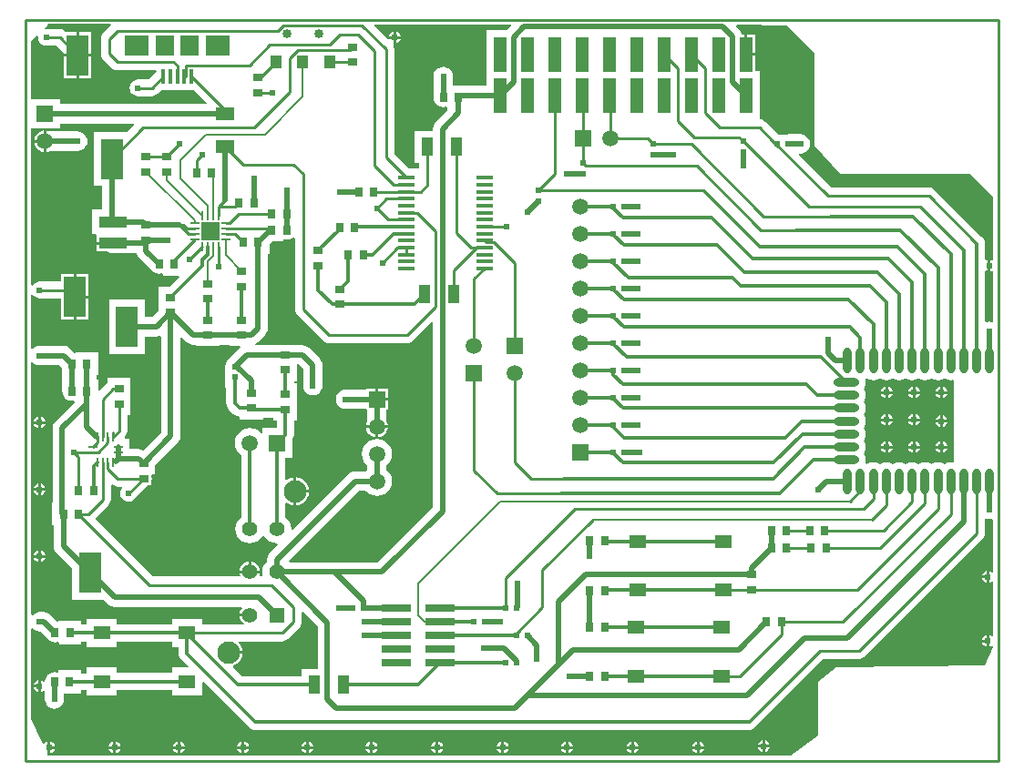
<source format=gtl>
G04 Layer_Physical_Order=1*
G04 Layer_Color=255*
%FSLAX25Y25*%
%MOIN*%
G70*
G01*
G75*
%ADD10R,0.04331X0.06693*%
%ADD11R,0.03150X0.03543*%
%ADD12R,0.07992X0.14961*%
%ADD13R,0.03543X0.03150*%
%ADD14R,0.10236X0.03937*%
%ADD15R,0.03228X0.01024*%
%ADD16R,0.01024X0.03228*%
%ADD17R,0.06614X0.06614*%
%ADD18R,0.05905X0.01575*%
%ADD19R,0.10984X0.02913*%
%ADD20R,0.06102X0.05118*%
%ADD21R,0.03386X0.01063*%
%ADD22R,0.01063X0.03386*%
%ADD23R,0.01968X0.02362*%
%ADD24O,0.03150X0.09449*%
%ADD25O,0.09449X0.03150*%
%ADD26R,0.02362X0.01968*%
%ADD27R,0.05000X0.12520*%
%ADD28R,0.03937X0.04724*%
%ADD29R,0.07165X0.04724*%
%ADD30R,0.01575X0.05512*%
%ADD31R,0.07087X0.07480*%
%ADD32R,0.09055X0.07480*%
%ADD33C,0.02000*%
%ADD34C,0.01000*%
%ADD35C,0.01200*%
%ADD36C,0.00800*%
%ADD37R,0.05905X0.05905*%
%ADD38C,0.05905*%
%ADD39R,0.05905X0.05905*%
%ADD40C,0.03347*%
%ADD41C,0.05543*%
%ADD42R,0.05543X0.05543*%
%ADD43C,0.08268*%
%ADD44C,0.02400*%
G36*
X98087Y191728D02*
X98474Y191457D01*
Y165500D01*
X98577Y164717D01*
X98879Y163987D01*
X99360Y163360D01*
X108860Y153860D01*
X109487Y153379D01*
X110217Y153077D01*
X111000Y152974D01*
X139500D01*
X140283Y153077D01*
X141013Y153379D01*
X141640Y153860D01*
X148508Y160729D01*
X148970Y160537D01*
Y92962D01*
X128786Y72778D01*
X96478D01*
X96271Y73278D01*
X121962Y98970D01*
X124336D01*
X124611Y98611D01*
X125750Y97737D01*
X127076Y97188D01*
X128500Y97000D01*
X129923Y97188D01*
X131250Y97737D01*
X132389Y98611D01*
X133263Y99750D01*
X133812Y101076D01*
X134000Y102500D01*
X133812Y103923D01*
X133263Y105250D01*
X132389Y106389D01*
X132030Y106664D01*
Y108336D01*
X132389Y108611D01*
X133263Y109750D01*
X133812Y111076D01*
X134000Y112500D01*
X133812Y113924D01*
X133263Y115250D01*
X132389Y116389D01*
X131250Y117263D01*
X129923Y117812D01*
X128500Y118000D01*
X127076Y117812D01*
X125750Y117263D01*
X124611Y116389D01*
X123737Y115250D01*
X123188Y113924D01*
X123000Y112500D01*
X123188Y111076D01*
X123737Y109750D01*
X124611Y108611D01*
X124970Y108336D01*
Y106664D01*
X124611Y106389D01*
X124336Y106030D01*
X120500D01*
X119586Y105910D01*
X118735Y105557D01*
X118004Y104996D01*
X97582Y84574D01*
X97133Y84795D01*
X97160Y84996D01*
X96978Y86372D01*
X96447Y87655D01*
X95602Y88756D01*
X94969Y89242D01*
Y94476D01*
X95418Y94697D01*
X95946Y94291D01*
X97195Y93774D01*
X98035Y93663D01*
Y98776D01*
Y103888D01*
X97195Y103777D01*
X95946Y103260D01*
X95418Y102854D01*
X94969Y103076D01*
Y111047D01*
X97453D01*
Y117604D01*
X97708Y117937D01*
X98020Y118691D01*
X98127Y119500D01*
Y124669D01*
X99272D01*
Y130181D01*
Y138331D01*
X98127D01*
Y139169D01*
X99272D01*
Y145226D01*
X99782D01*
X101470Y143538D01*
Y137500D01*
X101590Y136586D01*
X101943Y135735D01*
X102504Y135004D01*
X103235Y134443D01*
X104086Y134090D01*
X105000Y133970D01*
X105914Y134090D01*
X106765Y134443D01*
X107496Y135004D01*
X108057Y135735D01*
X108410Y136586D01*
X108530Y137500D01*
Y145000D01*
X108410Y145914D01*
X108057Y146765D01*
X107496Y147496D01*
X103740Y151252D01*
X103009Y151813D01*
X102158Y152166D01*
X101244Y152286D01*
X84003D01*
X83904Y152786D01*
X84253Y152931D01*
X84984Y153492D01*
X87496Y156004D01*
X88057Y156735D01*
X88410Y157586D01*
X88530Y158500D01*
X88530Y158500D01*
Y185728D01*
X89075D01*
Y189082D01*
X90221Y190228D01*
X94075D01*
Y190857D01*
X94490Y191135D01*
X94598Y191090D01*
X95512Y190970D01*
X96425Y191090D01*
X97277Y191443D01*
X97649Y191728D01*
X98087D01*
D02*
G37*
G36*
X278500Y269500D02*
X288500Y259500D01*
Y225500D01*
X298000Y215000D01*
X345500D01*
X354000Y206500D01*
X354000Y183674D01*
X353559Y183438D01*
X353358Y183572D01*
X353000Y183644D01*
Y181500D01*
Y179356D01*
X353358Y179428D01*
X353559Y179562D01*
X354000Y179326D01*
Y161034D01*
X353675Y160817D01*
X353500Y160775D01*
X352642Y160889D01*
X351728Y160768D01*
X351460Y160657D01*
X351044Y160935D01*
Y179297D01*
X351485Y179532D01*
X351642Y179428D01*
X352000Y179356D01*
Y181500D01*
Y183644D01*
X351642Y183572D01*
X351485Y183468D01*
X351044Y183703D01*
Y189500D01*
X350938Y190309D01*
X350625Y191063D01*
X350128Y191711D01*
X349515Y192181D01*
X332557Y209140D01*
X331930Y209620D01*
X331201Y209923D01*
X330417Y210026D01*
X294820D01*
X282838Y222008D01*
X283030Y222470D01*
X283500D01*
X284414Y222590D01*
X285265Y222943D01*
X285996Y223504D01*
X286557Y224235D01*
X286910Y225086D01*
X287030Y226000D01*
X286910Y226914D01*
X286557Y227765D01*
X285996Y228496D01*
X285265Y229057D01*
X284414Y229410D01*
X283500Y229530D01*
X279000D01*
X278651Y229484D01*
X275362D01*
X275206Y229640D01*
X274919Y229860D01*
X270640Y234140D01*
X270013Y234620D01*
X269283Y234923D01*
X268969Y234964D01*
X268500Y235039D01*
Y252559D01*
X267000D01*
Y258299D01*
X263500D01*
Y258799D01*
X263000D01*
Y266059D01*
X261957D01*
X261910Y266414D01*
X261557Y267265D01*
X260996Y267996D01*
X259920Y269072D01*
X260112Y269534D01*
X278500Y269500D01*
D02*
G37*
G36*
X177437Y269687D02*
X177628Y269225D01*
X176004Y267601D01*
X175972Y267559D01*
X168500D01*
Y250039D01*
Y247329D01*
X159055D01*
X158616Y247272D01*
X156274D01*
Y250756D01*
X156154Y251670D01*
X155801Y252521D01*
X155240Y253252D01*
X154509Y253813D01*
X153658Y254166D01*
X152744Y254286D01*
X151830Y254166D01*
X150979Y253813D01*
X150248Y253252D01*
X149687Y252521D01*
X149334Y251670D01*
X149214Y250756D01*
Y243000D01*
X149334Y242086D01*
X149687Y241235D01*
X150169Y240606D01*
Y240228D01*
X150607D01*
X150979Y239943D01*
X151830Y239590D01*
X152744Y239470D01*
X153658Y239590D01*
X153765Y239635D01*
X154181Y239357D01*
Y238728D01*
X154181D01*
X154236Y238228D01*
X150004Y233996D01*
X149443Y233265D01*
X149090Y232414D01*
X148970Y231500D01*
Y230847D01*
X142205D01*
Y219153D01*
X143844D01*
Y216921D01*
X140220D01*
X134826Y222316D01*
Y260700D01*
X134723Y261483D01*
X134421Y262213D01*
X134285Y262389D01*
X134500Y262735D01*
Y264500D01*
X132520D01*
X132363Y264416D01*
X127462Y269317D01*
X127654Y269779D01*
X177437Y269687D01*
D02*
G37*
G36*
X2504Y146004D02*
X3235Y145443D01*
X4086Y145090D01*
X5000Y144970D01*
X12369D01*
X13301Y144038D01*
Y135500D01*
X13421Y134586D01*
X13774Y133735D01*
X14256Y133106D01*
Y132728D01*
X14694D01*
X15066Y132443D01*
X15917Y132090D01*
X16831Y131970D01*
X17405Y132045D01*
X17925Y131685D01*
X17948Y131633D01*
X17965Y131458D01*
X10906Y124399D01*
X10345Y123668D01*
X9992Y122816D01*
X9872Y121903D01*
Y94772D01*
X9669D01*
Y86228D01*
X10214D01*
Y78756D01*
X10334Y77842D01*
X10687Y76991D01*
X11248Y76260D01*
X17004Y70504D01*
Y59020D01*
X28488D01*
X30004Y57504D01*
X30735Y56943D01*
X31586Y56590D01*
X32500Y56470D01*
X78895D01*
X79141Y55970D01*
X78706Y55402D01*
X78325Y54485D01*
X78262Y54000D01*
X82000D01*
Y53000D01*
X78262D01*
X78325Y52515D01*
X78706Y51598D01*
X79310Y50810D01*
X79865Y50384D01*
X79695Y49884D01*
X64622D01*
Y51917D01*
X53520D01*
Y49985D01*
X33323D01*
Y51917D01*
X22220D01*
Y49985D01*
X20319D01*
Y51272D01*
X12169D01*
Y51209D01*
X11707Y51017D01*
X9228Y53496D01*
X8497Y54057D01*
X7646Y54410D01*
X6732Y54530D01*
X5000D01*
X4086Y54410D01*
X3235Y54057D01*
X2504Y53496D01*
X2473Y53457D01*
X2000Y53618D01*
Y145882D01*
X2473Y146043D01*
X2504Y146004D01*
D02*
G37*
G36*
X106790Y49308D02*
Y33846D01*
X100835D01*
Y31127D01*
X79033D01*
X75831Y34329D01*
X75948Y34918D01*
X76715Y35236D01*
X77788Y36059D01*
X78610Y37131D01*
X79128Y38380D01*
X79238Y39220D01*
X74126D01*
Y40220D01*
X79238D01*
X79128Y41061D01*
X78610Y42310D01*
X77825Y43332D01*
X77916Y43761D01*
X77940Y43832D01*
X93858D01*
X94641Y43935D01*
X95371Y44238D01*
X95998Y44719D01*
X100140Y48860D01*
X100620Y49487D01*
X100923Y50217D01*
X101026Y51000D01*
Y54419D01*
X101488Y54610D01*
X106790Y49308D01*
D02*
G37*
G36*
X58760Y153492D02*
X59491Y152931D01*
X60342Y152578D01*
X61256Y152458D01*
X61256Y152458D01*
X62228D01*
Y151913D01*
X70772D01*
Y152458D01*
X74728D01*
Y151913D01*
X78332D01*
X78501Y151413D01*
X78291Y151252D01*
X74004Y146965D01*
X73443Y146234D01*
X73090Y145382D01*
X72970Y144468D01*
X73016Y144120D01*
Y136850D01*
X73373D01*
Y131000D01*
X73373Y131000D01*
X73427Y130595D01*
X73480Y130191D01*
X73792Y129437D01*
X74289Y128789D01*
X76045Y127033D01*
X76045Y127033D01*
X76692Y126536D01*
X77134Y126353D01*
X77447Y126224D01*
X78228Y126121D01*
Y125169D01*
X86772D01*
Y125617D01*
X90728D01*
Y124669D01*
X91873D01*
Y121953D01*
X86547D01*
Y120309D01*
X86074Y120148D01*
X85889Y120389D01*
X84750Y121263D01*
X83424Y121812D01*
X82000Y122000D01*
X80576Y121812D01*
X79250Y121263D01*
X78111Y120389D01*
X77237Y119250D01*
X76688Y117923D01*
X76500Y116500D01*
X76688Y115076D01*
X77237Y113750D01*
X78111Y112611D01*
X78873Y112026D01*
Y89242D01*
X78240Y88756D01*
X77395Y87655D01*
X76864Y86372D01*
X76683Y84996D01*
X76864Y83620D01*
X77395Y82337D01*
X78240Y81236D01*
X79341Y80391D01*
X80624Y79860D01*
X82000Y79679D01*
X83376Y79860D01*
X84659Y80391D01*
X85760Y81236D01*
X86605Y82337D01*
X86671Y82498D01*
X87171D01*
X87238Y82337D01*
X88083Y81236D01*
X89184Y80391D01*
X90466Y79860D01*
X91843Y79679D01*
X92043Y79705D01*
X92264Y79257D01*
X89346Y76339D01*
X88785Y75608D01*
X88433Y74756D01*
X88312Y73843D01*
Y73184D01*
X88083Y73008D01*
X87238Y71907D01*
X86707Y70624D01*
X86525Y69248D01*
X86686Y68026D01*
X86373Y67526D01*
X85819D01*
X85541Y67942D01*
X85675Y68263D01*
X85738Y68748D01*
X82000D01*
X78262D01*
X78325Y68263D01*
X78459Y67942D01*
X78181Y67526D01*
X46509D01*
X25328Y88707D01*
X30242Y93620D01*
X30723Y94247D01*
X31025Y94977D01*
X31128Y95760D01*
Y100997D01*
X31628Y101218D01*
X32086Y100868D01*
X32815Y100565D01*
X33599Y100462D01*
X35094D01*
X35323Y99962D01*
X34978Y99513D01*
X34676Y98783D01*
X34573Y98000D01*
X34676Y97217D01*
X34978Y96487D01*
X35459Y95860D01*
X36086Y95380D01*
X36815Y95077D01*
X37598Y94974D01*
X38382Y95077D01*
X39112Y95380D01*
X39738Y95860D01*
X44791Y100913D01*
X45858D01*
Y102340D01*
X46009Y102705D01*
X46113Y103488D01*
X46009Y104271D01*
X45946Y104425D01*
X46223Y104925D01*
X47358D01*
Y108279D01*
X55496Y116417D01*
X56057Y117148D01*
X56410Y118000D01*
X56530Y118913D01*
Y155068D01*
X56992Y155260D01*
X58760Y153492D01*
D02*
G37*
G36*
X39729Y233008D02*
X37201Y230480D01*
X25004D01*
Y210520D01*
X27970D01*
Y201905D01*
X24256D01*
Y192968D01*
X25604D01*
X25756Y192532D01*
X25756D01*
Y190063D01*
X31874D01*
Y189063D01*
X25756D01*
Y186594D01*
X29993D01*
X30109Y186506D01*
X30960Y186153D01*
X31874Y186033D01*
X40563D01*
X40590Y185830D01*
X40943Y184979D01*
X41504Y184248D01*
X46169Y179582D01*
Y179228D01*
X46607D01*
X46979Y178943D01*
X47830Y178590D01*
X48744Y178470D01*
X49658Y178590D01*
X49765Y178635D01*
X50181Y178357D01*
Y177728D01*
X55897D01*
X56089Y177266D01*
X52653Y173831D01*
X48728D01*
Y164965D01*
X46294Y162530D01*
X43496D01*
Y168980D01*
X30504D01*
Y149020D01*
X43496D01*
Y155470D01*
X47756D01*
X48670Y155590D01*
X49054Y155749D01*
X49470Y155472D01*
Y120376D01*
X42933Y113839D01*
X42316Y114094D01*
X41403Y114215D01*
X37945D01*
Y118016D01*
X36322D01*
X36131Y118478D01*
X36226Y118573D01*
X36707Y119200D01*
X37010Y119929D01*
X37113Y120713D01*
Y126669D01*
X38358D01*
Y132181D01*
Y140331D01*
X29815D01*
Y138481D01*
X29703Y138396D01*
X26879Y135572D01*
X26417Y135763D01*
Y139772D01*
X25873D01*
Y141228D01*
X26417D01*
Y149772D01*
X18268D01*
Y149709D01*
X17806Y149517D01*
X16327Y150996D01*
X15596Y151557D01*
X14744Y151910D01*
X13831Y152030D01*
X5000D01*
X4086Y151910D01*
X3235Y151557D01*
X2504Y150996D01*
X2473Y150957D01*
X2000Y151118D01*
Y170660D01*
X2500Y170830D01*
X2860Y170360D01*
X3487Y169879D01*
X4217Y169577D01*
X5000Y169474D01*
X13004D01*
Y161520D01*
X17500D01*
Y170000D01*
Y178480D01*
X13004D01*
Y175526D01*
X5000D01*
X4217Y175423D01*
X3487Y175120D01*
X2860Y174640D01*
X2500Y174170D01*
X2000Y174340D01*
Y231547D01*
X12453D01*
Y233470D01*
X39537D01*
X39729Y233008D01*
D02*
G37*
G36*
X336414Y140035D02*
X337405Y139625D01*
X338469Y139485D01*
X339124Y139571D01*
X339500Y139241D01*
Y109759D01*
X339124Y109429D01*
X338469Y109516D01*
X337405Y109375D01*
X336414Y108965D01*
X336106Y108729D01*
X335799Y108965D01*
X334808Y109375D01*
X333744Y109516D01*
X332680Y109375D01*
X331689Y108965D01*
X331382Y108729D01*
X331075Y108965D01*
X330083Y109375D01*
X329020Y109516D01*
X327956Y109375D01*
X326965Y108965D01*
X326658Y108729D01*
X326350Y108965D01*
X325359Y109375D01*
X324295Y109516D01*
X323232Y109375D01*
X322240Y108965D01*
X321933Y108729D01*
X321626Y108965D01*
X320635Y109375D01*
X319571Y109516D01*
X318507Y109375D01*
X317516Y108965D01*
X317209Y108729D01*
X316901Y108965D01*
X315910Y109375D01*
X314846Y109516D01*
X313783Y109375D01*
X312791Y108965D01*
X312484Y108729D01*
X312177Y108965D01*
X311186Y109375D01*
X310122Y109516D01*
X309058Y109375D01*
X308067Y108965D01*
X307760Y108729D01*
X307453Y108965D01*
X307167Y109083D01*
X307242Y109263D01*
X307382Y110327D01*
X307242Y111390D01*
X306831Y112382D01*
X306595Y112689D01*
X306831Y112996D01*
X307242Y113987D01*
X307382Y115051D01*
X307242Y116115D01*
X306831Y117106D01*
X306595Y117413D01*
X306831Y117721D01*
X307242Y118712D01*
X307382Y119776D01*
X307242Y120839D01*
X306831Y121831D01*
X306595Y122138D01*
X306831Y122445D01*
X307242Y123436D01*
X307382Y124500D01*
X307242Y125564D01*
X306831Y126555D01*
X306595Y126862D01*
X306831Y127169D01*
X307242Y128161D01*
X307382Y129224D01*
X307242Y130288D01*
X306831Y131279D01*
X306595Y131587D01*
X306831Y131894D01*
X307242Y132885D01*
X307382Y133949D01*
X307242Y135013D01*
X306831Y136004D01*
X306595Y136311D01*
X306831Y136618D01*
X307242Y137610D01*
X307382Y138673D01*
X307242Y139737D01*
X307167Y139917D01*
X307453Y140035D01*
X307760Y140271D01*
X308067Y140035D01*
X309058Y139625D01*
X310122Y139485D01*
X311186Y139625D01*
X312177Y140035D01*
X312484Y140271D01*
X312791Y140035D01*
X313783Y139625D01*
X314846Y139485D01*
X315910Y139625D01*
X316901Y140035D01*
X317209Y140271D01*
X317516Y140035D01*
X318507Y139625D01*
X319571Y139485D01*
X320635Y139625D01*
X321626Y140035D01*
X321933Y140271D01*
X322240Y140035D01*
X323232Y139625D01*
X324295Y139485D01*
X325359Y139625D01*
X326350Y140035D01*
X326658Y140271D01*
X326965Y140035D01*
X327956Y139625D01*
X329020Y139485D01*
X330083Y139625D01*
X331075Y140035D01*
X331382Y140271D01*
X331689Y140035D01*
X332680Y139625D01*
X333744Y139485D01*
X334808Y139625D01*
X335799Y140035D01*
X336106Y140271D01*
X336414Y140035D01*
D02*
G37*
G36*
X30971Y269957D02*
X31178Y269457D01*
X28360Y266640D01*
X27880Y266013D01*
X27577Y265283D01*
X27474Y264500D01*
Y259000D01*
X27577Y258217D01*
X27880Y257487D01*
X28360Y256860D01*
X31360Y253860D01*
X31987Y253380D01*
X32717Y253077D01*
X33500Y252974D01*
X47563D01*
X47770Y252474D01*
X44821Y249526D01*
X41000D01*
X40217Y249423D01*
X39487Y249120D01*
X38860Y248640D01*
X38379Y248013D01*
X38077Y247283D01*
X37974Y246500D01*
X38077Y245717D01*
X38379Y244987D01*
X38860Y244360D01*
X39487Y243880D01*
X40217Y243577D01*
X41000Y243474D01*
X46075D01*
X46858Y243577D01*
X47588Y243880D01*
X48214Y244360D01*
X49193Y245339D01*
X49626Y245524D01*
Y245524D01*
X49626Y245524D01*
X61567D01*
X66099Y240992D01*
X65907Y240530D01*
X12453D01*
Y242453D01*
X2000D01*
Y263500D01*
X4041Y265541D01*
X4515Y265307D01*
X4474Y265000D01*
X4577Y264217D01*
X4879Y263487D01*
X5360Y262860D01*
X5987Y262380D01*
X6717Y262077D01*
X7500Y261974D01*
X11247D01*
X14004Y259217D01*
Y259000D01*
X18500D01*
Y266980D01*
X14799D01*
X14640Y267140D01*
X14013Y267620D01*
X13283Y267923D01*
X12500Y268026D01*
X7500D01*
X7192Y267985D01*
X6959Y268459D01*
X8000Y269500D01*
Y269646D01*
X8354Y269999D01*
X30971Y269957D01*
D02*
G37*
G36*
X351728Y88732D02*
X352642Y88612D01*
X353500Y88724D01*
X353675Y88683D01*
X354000Y88466D01*
Y69298D01*
X353500Y69144D01*
X352858Y69572D01*
X352500Y69644D01*
Y67500D01*
Y65356D01*
X352858Y65428D01*
X353500Y65856D01*
X354000Y65702D01*
X354000Y45798D01*
X353500Y45644D01*
X352858Y46072D01*
X352500Y46144D01*
Y44000D01*
Y41856D01*
X352858Y41928D01*
X353190Y42149D01*
X353791Y41961D01*
X353883Y41727D01*
X351000Y35000D01*
X296500Y34500D01*
X290000Y29000D01*
Y9500D01*
X280000Y2000D01*
X8098D01*
X7891Y2455D01*
X8000Y2592D01*
Y5000D01*
Y7144D01*
X7642Y7072D01*
X6914Y6586D01*
X6671Y6222D01*
X6102Y6271D01*
X2000Y15500D01*
Y48382D01*
X2473Y48543D01*
X2504Y48504D01*
X3235Y47943D01*
X4086Y47590D01*
X5000Y47470D01*
X5270D01*
X8157Y44582D01*
Y44228D01*
X8595D01*
X8967Y43943D01*
X9819Y43590D01*
X10732Y43470D01*
X11646Y43590D01*
X11754Y43635D01*
X12169Y43357D01*
Y42728D01*
X20319D01*
Y43731D01*
X22220D01*
Y41799D01*
X33323D01*
Y43731D01*
X53520D01*
Y41799D01*
X55944D01*
Y39429D01*
X55944Y39429D01*
X56051Y38620D01*
X56363Y37866D01*
X56860Y37218D01*
X59415Y34663D01*
X59224Y34201D01*
X53520D01*
Y32269D01*
X33323D01*
Y34201D01*
X22220D01*
Y32127D01*
X20075D01*
Y33272D01*
X11925D01*
Y32643D01*
X11509Y32365D01*
X11402Y32410D01*
X10488Y32530D01*
X9574Y32410D01*
X8723Y32057D01*
X8351Y31772D01*
X7913D01*
Y31394D01*
X7431Y30765D01*
X7078Y29914D01*
X7005Y29359D01*
X6860Y29265D01*
X6475Y29160D01*
X5858Y29572D01*
X5500Y29644D01*
Y27500D01*
Y25356D01*
X5858Y25428D01*
X6458Y25828D01*
X6958Y25639D01*
Y22665D01*
X7078Y21752D01*
X7431Y20900D01*
X7992Y20169D01*
X8723Y19608D01*
X9574Y19255D01*
X10488Y19135D01*
X11402Y19255D01*
X12253Y19608D01*
X12984Y20169D01*
X13545Y20900D01*
X13898Y21752D01*
X14018Y22665D01*
Y24728D01*
X20075D01*
Y25873D01*
X22220D01*
Y24083D01*
X33323D01*
Y26015D01*
X53520D01*
Y24083D01*
X64622D01*
Y28803D01*
X65084Y28994D01*
X81789Y12289D01*
X81789Y12289D01*
X82437Y11792D01*
X83191Y11480D01*
X83595Y11427D01*
X84000Y11373D01*
X84000Y11373D01*
X264500D01*
X265309Y11480D01*
X266063Y11792D01*
X266711Y12289D01*
X267181Y12902D01*
X291753Y37474D01*
X305000D01*
X305783Y37577D01*
X306513Y37879D01*
X307140Y38360D01*
X350057Y81278D01*
X350057Y81278D01*
X350538Y81904D01*
X350840Y82634D01*
X350943Y83417D01*
X350943Y83417D01*
Y88607D01*
X351359Y88885D01*
X351728Y88732D01*
D02*
G37*
%LPC*%
G36*
X103648Y98276D02*
X99035D01*
Y93663D01*
X99876Y93774D01*
X101125Y94291D01*
X102197Y95114D01*
X103020Y96187D01*
X103537Y97435D01*
X103648Y98276D01*
D02*
G37*
G36*
X132453Y136453D02*
X129000D01*
Y133000D01*
X132453D01*
Y136453D01*
D02*
G37*
G36*
X99035Y103888D02*
Y99276D01*
X103648D01*
X103537Y100116D01*
X103020Y101365D01*
X102197Y102437D01*
X101125Y103260D01*
X99876Y103777D01*
X99035Y103888D01*
D02*
G37*
G36*
X128000Y136453D02*
X124547D01*
Y136030D01*
X117000D01*
X116086Y135910D01*
X115235Y135557D01*
X114504Y134996D01*
X113943Y134265D01*
X113590Y133414D01*
X113470Y132500D01*
X113590Y131586D01*
X113943Y130735D01*
X114504Y130004D01*
X115235Y129443D01*
X116086Y129090D01*
X117000Y128970D01*
X124547D01*
Y128547D01*
X124970D01*
Y124306D01*
X124649Y123532D01*
X124579Y123000D01*
X128500D01*
X132421D01*
X132351Y123532D01*
X132030Y124306D01*
Y128547D01*
X132453D01*
Y132000D01*
X128500D01*
Y132500D01*
X128000D01*
Y136453D01*
D02*
G37*
G36*
Y122000D02*
X124579D01*
X124649Y121468D01*
X125047Y120507D01*
X125681Y119681D01*
X126507Y119047D01*
X127468Y118649D01*
X128000Y118579D01*
Y122000D01*
D02*
G37*
G36*
X132421D02*
X129000D01*
Y118579D01*
X129532Y118649D01*
X130493Y119047D01*
X131319Y119681D01*
X131953Y120507D01*
X132351Y121468D01*
X132421Y122000D01*
D02*
G37*
G36*
X267000Y266059D02*
X264000D01*
Y259299D01*
X267000D01*
Y266059D01*
D02*
G37*
G36*
X135500Y267144D02*
Y265500D01*
X137144D01*
X137072Y265858D01*
X136586Y266586D01*
X135858Y267072D01*
X135500Y267144D01*
D02*
G37*
G36*
X134500D02*
X134142Y267072D01*
X133414Y266586D01*
X132928Y265858D01*
X132856Y265500D01*
X134500D01*
Y267144D01*
D02*
G37*
G36*
X137144Y264500D02*
X135500D01*
Y262856D01*
X135858Y262928D01*
X136586Y263414D01*
X137072Y264142D01*
X137144Y264500D01*
D02*
G37*
G36*
X5500Y77144D02*
Y75500D01*
X7144D01*
X7072Y75858D01*
X6586Y76586D01*
X5858Y77072D01*
X5500Y77144D01*
D02*
G37*
G36*
X4500Y74500D02*
X2856D01*
X2928Y74142D01*
X3414Y73414D01*
X4142Y72928D01*
X4500Y72856D01*
Y74500D01*
D02*
G37*
G36*
X7144D02*
X5500D01*
Y72856D01*
X5858Y72928D01*
X6586Y73414D01*
X7072Y74142D01*
X7144Y74500D01*
D02*
G37*
G36*
X4500Y77144D02*
X4142Y77072D01*
X3414Y76586D01*
X2928Y75858D01*
X2856Y75500D01*
X4500D01*
Y77144D01*
D02*
G37*
G36*
X7144Y99000D02*
X5500D01*
Y97356D01*
X5858Y97428D01*
X6586Y97914D01*
X7072Y98642D01*
X7144Y99000D01*
D02*
G37*
G36*
X4500D02*
X2856D01*
X2928Y98642D01*
X3414Y97914D01*
X4142Y97428D01*
X4500Y97356D01*
Y99000D01*
D02*
G37*
G36*
Y101644D02*
X4142Y101572D01*
X3414Y101086D01*
X2928Y100358D01*
X2856Y100000D01*
X4500D01*
Y101644D01*
D02*
G37*
G36*
X5500D02*
Y100000D01*
X7144D01*
X7072Y100358D01*
X6586Y101086D01*
X5858Y101572D01*
X5500Y101644D01*
D02*
G37*
G36*
Y126144D02*
Y124500D01*
X7144D01*
X7072Y124858D01*
X6586Y125586D01*
X5858Y126072D01*
X5500Y126144D01*
D02*
G37*
G36*
X4500D02*
X4142Y126072D01*
X3414Y125586D01*
X2928Y124858D01*
X2856Y124500D01*
X4500D01*
Y126144D01*
D02*
G37*
G36*
X7144Y123500D02*
X5500D01*
Y121856D01*
X5858Y121928D01*
X6586Y122414D01*
X7072Y123142D01*
X7144Y123500D01*
D02*
G37*
G36*
X4500D02*
X2856D01*
X2928Y123142D01*
X3414Y122414D01*
X4142Y121928D01*
X4500Y121856D01*
Y123500D01*
D02*
G37*
G36*
X82500Y72986D02*
Y69748D01*
X85738D01*
X85675Y70233D01*
X85295Y71150D01*
X84690Y71938D01*
X83902Y72543D01*
X82985Y72923D01*
X82500Y72986D01*
D02*
G37*
G36*
X81500D02*
X81015Y72923D01*
X80098Y72543D01*
X79310Y71938D01*
X78706Y71150D01*
X78325Y70233D01*
X78262Y69748D01*
X81500D01*
Y72986D01*
D02*
G37*
G36*
X6500Y230921D02*
X5968Y230851D01*
X5007Y230453D01*
X4181Y229819D01*
X3547Y228993D01*
X3149Y228032D01*
X3079Y227500D01*
X6500D01*
Y230921D01*
D02*
G37*
G36*
X22996Y169500D02*
X18500D01*
Y161520D01*
X22996D01*
Y169500D01*
D02*
G37*
G36*
X7500Y230921D02*
Y227000D01*
Y223079D01*
X8032Y223149D01*
X8806Y223470D01*
X19000D01*
X19914Y223590D01*
X20765Y223943D01*
X21496Y224504D01*
X22057Y225235D01*
X22410Y226086D01*
X22530Y227000D01*
X22410Y227914D01*
X22057Y228765D01*
X21496Y229496D01*
X20765Y230057D01*
X19914Y230410D01*
X19000Y230530D01*
X8806D01*
X8032Y230851D01*
X7500Y230921D01*
D02*
G37*
G36*
X6500Y226500D02*
X3079D01*
X3149Y225968D01*
X3547Y225007D01*
X4181Y224181D01*
X5007Y223547D01*
X5968Y223149D01*
X6500Y223079D01*
Y226500D01*
D02*
G37*
G36*
X22996Y178480D02*
X18500D01*
Y170500D01*
X22996D01*
Y178480D01*
D02*
G37*
G36*
X337144Y134500D02*
X335500D01*
Y132856D01*
X335858Y132928D01*
X336586Y133414D01*
X337072Y134142D01*
X337144Y134500D01*
D02*
G37*
G36*
X334500D02*
X332856D01*
X332928Y134142D01*
X333414Y133414D01*
X334142Y132928D01*
X334500Y132856D01*
Y134500D01*
D02*
G37*
G36*
X327144D02*
X325500D01*
Y132856D01*
X325858Y132928D01*
X326586Y133414D01*
X327072Y134142D01*
X327144Y134500D01*
D02*
G37*
G36*
X324500Y137144D02*
X324142Y137072D01*
X323414Y136586D01*
X322928Y135858D01*
X322856Y135500D01*
X324500D01*
Y137144D01*
D02*
G37*
G36*
X315500D02*
Y135500D01*
X317144D01*
X317072Y135858D01*
X316586Y136586D01*
X315858Y137072D01*
X315500Y137144D01*
D02*
G37*
G36*
X314500D02*
X314142Y137072D01*
X313414Y136586D01*
X312928Y135858D01*
X312856Y135500D01*
X314500D01*
Y137144D01*
D02*
G37*
G36*
X324500Y134500D02*
X322856D01*
X322928Y134142D01*
X323414Y133414D01*
X324142Y132928D01*
X324500Y132856D01*
Y134500D01*
D02*
G37*
G36*
X315500Y127144D02*
Y125500D01*
X317144D01*
X317072Y125858D01*
X316586Y126586D01*
X315858Y127072D01*
X315500Y127144D01*
D02*
G37*
G36*
X314500D02*
X314142Y127072D01*
X313414Y126586D01*
X312928Y125858D01*
X312856Y125500D01*
X314500D01*
Y127144D01*
D02*
G37*
G36*
X335500Y126644D02*
Y125000D01*
X337144D01*
X337072Y125358D01*
X336586Y126086D01*
X335858Y126572D01*
X335500Y126644D01*
D02*
G37*
G36*
X324500Y127144D02*
X324142Y127072D01*
X323414Y126586D01*
X322928Y125858D01*
X322856Y125500D01*
X324500D01*
Y127144D01*
D02*
G37*
G36*
X317144Y134500D02*
X315500D01*
Y132856D01*
X315858Y132928D01*
X316586Y133414D01*
X317072Y134142D01*
X317144Y134500D01*
D02*
G37*
G36*
X314500D02*
X312856D01*
X312928Y134142D01*
X313414Y133414D01*
X314142Y132928D01*
X314500Y132856D01*
Y134500D01*
D02*
G37*
G36*
X325500Y127144D02*
Y125500D01*
X327144D01*
X327072Y125858D01*
X326586Y126586D01*
X325858Y127072D01*
X325500Y127144D01*
D02*
G37*
G36*
X335500Y137144D02*
Y135500D01*
X337144D01*
X337072Y135858D01*
X336586Y136586D01*
X335858Y137072D01*
X335500Y137144D01*
D02*
G37*
G36*
X334500D02*
X334142Y137072D01*
X333414Y136586D01*
X332928Y135858D01*
X332856Y135500D01*
X334500D01*
Y137144D01*
D02*
G37*
G36*
X325500D02*
Y135500D01*
X327144D01*
X327072Y135858D01*
X326586Y136586D01*
X325858Y137072D01*
X325500Y137144D01*
D02*
G37*
G36*
X334500Y126644D02*
X334142Y126572D01*
X333414Y126086D01*
X332928Y125358D01*
X332856Y125000D01*
X334500D01*
Y126644D01*
D02*
G37*
G36*
X337144Y114500D02*
X335500D01*
Y112856D01*
X335858Y112928D01*
X336586Y113414D01*
X337072Y114142D01*
X337144Y114500D01*
D02*
G37*
G36*
X334500D02*
X332856D01*
X332928Y114142D01*
X333414Y113414D01*
X334142Y112928D01*
X334500Y112856D01*
Y114500D01*
D02*
G37*
G36*
X327144D02*
X325500D01*
Y112856D01*
X325858Y112928D01*
X326586Y113414D01*
X327072Y114142D01*
X327144Y114500D01*
D02*
G37*
G36*
X314500Y117144D02*
X314142Y117072D01*
X313414Y116586D01*
X312928Y115858D01*
X312856Y115500D01*
X314500D01*
Y117144D01*
D02*
G37*
G36*
X325500D02*
Y115500D01*
X327144D01*
X327072Y115858D01*
X326586Y116586D01*
X325858Y117072D01*
X325500Y117144D01*
D02*
G37*
G36*
X324500D02*
X324142Y117072D01*
X323414Y116586D01*
X322928Y115858D01*
X322856Y115500D01*
X324500D01*
Y117144D01*
D02*
G37*
G36*
X315500D02*
Y115500D01*
X317144D01*
X317072Y115858D01*
X316586Y116586D01*
X315858Y117072D01*
X315500Y117144D01*
D02*
G37*
G36*
X324500Y114500D02*
X322856D01*
X322928Y114142D01*
X323414Y113414D01*
X324142Y112928D01*
X324500Y112856D01*
Y114500D01*
D02*
G37*
G36*
X317144D02*
X315500D01*
Y112856D01*
X315858Y112928D01*
X316586Y113414D01*
X317072Y114142D01*
X317144Y114500D01*
D02*
G37*
G36*
X314500D02*
X312856D01*
X312928Y114142D01*
X313414Y113414D01*
X314142Y112928D01*
X314500Y112856D01*
Y114500D01*
D02*
G37*
G36*
X324500Y124500D02*
X322856D01*
X322928Y124142D01*
X323414Y123414D01*
X324142Y122928D01*
X324500Y122856D01*
Y124500D01*
D02*
G37*
G36*
X317144D02*
X315500D01*
Y122856D01*
X315858Y122928D01*
X316586Y123414D01*
X317072Y124142D01*
X317144Y124500D01*
D02*
G37*
G36*
X314500D02*
X312856D01*
X312928Y124142D01*
X313414Y123414D01*
X314142Y122928D01*
X314500Y122856D01*
Y124500D01*
D02*
G37*
G36*
X327144D02*
X325500D01*
Y122856D01*
X325858Y122928D01*
X326586Y123414D01*
X327072Y124142D01*
X327144Y124500D01*
D02*
G37*
G36*
X337144Y124000D02*
X335500D01*
Y122356D01*
X335858Y122428D01*
X336586Y122914D01*
X337072Y123642D01*
X337144Y124000D01*
D02*
G37*
G36*
X335500Y117144D02*
Y115500D01*
X337144D01*
X337072Y115858D01*
X336586Y116586D01*
X335858Y117072D01*
X335500Y117144D01*
D02*
G37*
G36*
X334500D02*
X334142Y117072D01*
X333414Y116586D01*
X332928Y115858D01*
X332856Y115500D01*
X334500D01*
Y117144D01*
D02*
G37*
G36*
Y124000D02*
X332856D01*
X332928Y123642D01*
X333414Y122914D01*
X334142Y122428D01*
X334500Y122356D01*
Y124000D01*
D02*
G37*
G36*
X23996Y266980D02*
X19500D01*
Y259000D01*
X23996D01*
Y266980D01*
D02*
G37*
G36*
Y258000D02*
X19500D01*
Y250020D01*
X23996D01*
Y258000D01*
D02*
G37*
G36*
X18500D02*
X14004D01*
Y250020D01*
X18500D01*
Y258000D01*
D02*
G37*
G36*
X221500Y7144D02*
X221142Y7072D01*
X220414Y6586D01*
X219928Y5858D01*
X219856Y5500D01*
X221500D01*
Y7144D01*
D02*
G37*
G36*
X197500D02*
X197142Y7072D01*
X196414Y6586D01*
X195928Y5858D01*
X195856Y5500D01*
X197500D01*
Y7144D01*
D02*
G37*
G36*
X198500D02*
Y5500D01*
X200144D01*
X200072Y5858D01*
X199586Y6586D01*
X198858Y7072D01*
X198500Y7144D01*
D02*
G37*
G36*
X245500D02*
X245142Y7072D01*
X244414Y6586D01*
X243928Y5858D01*
X243856Y5500D01*
X245500D01*
Y7144D01*
D02*
G37*
G36*
X222500D02*
Y5500D01*
X224144D01*
X224072Y5858D01*
X223586Y6586D01*
X222858Y7072D01*
X222500Y7144D01*
D02*
G37*
G36*
X175000D02*
Y5500D01*
X176644D01*
X176572Y5858D01*
X176086Y6586D01*
X175358Y7072D01*
X175000Y7144D01*
D02*
G37*
G36*
X127000D02*
Y5500D01*
X128644D01*
X128572Y5858D01*
X128086Y6586D01*
X127358Y7072D01*
X127000Y7144D01*
D02*
G37*
G36*
X126000D02*
X125642Y7072D01*
X124914Y6586D01*
X124428Y5858D01*
X124356Y5500D01*
X126000D01*
Y7144D01*
D02*
G37*
G36*
X103500D02*
Y5500D01*
X105144D01*
X105072Y5858D01*
X104586Y6586D01*
X103858Y7072D01*
X103500Y7144D01*
D02*
G37*
G36*
X174000D02*
X173642Y7072D01*
X172914Y6586D01*
X172428Y5858D01*
X172356Y5500D01*
X174000D01*
Y7144D01*
D02*
G37*
G36*
X151000D02*
Y5500D01*
X152644D01*
X152572Y5858D01*
X152086Y6586D01*
X151358Y7072D01*
X151000Y7144D01*
D02*
G37*
G36*
X150000D02*
X149642Y7072D01*
X148914Y6586D01*
X148428Y5858D01*
X148356Y5500D01*
X150000D01*
Y7144D01*
D02*
G37*
G36*
X246500D02*
Y5500D01*
X248144D01*
X248072Y5858D01*
X247586Y6586D01*
X246858Y7072D01*
X246500Y7144D01*
D02*
G37*
G36*
X351500Y46144D02*
X351142Y46072D01*
X350414Y45586D01*
X349928Y44858D01*
X349856Y44500D01*
X351500D01*
Y46144D01*
D02*
G37*
G36*
Y43500D02*
X349856D01*
X349928Y43142D01*
X350414Y42414D01*
X351142Y41928D01*
X351500Y41856D01*
Y43500D01*
D02*
G37*
G36*
Y69644D02*
X351142Y69572D01*
X350414Y69086D01*
X349928Y68358D01*
X349856Y68000D01*
X351500D01*
Y69644D01*
D02*
G37*
G36*
Y67000D02*
X349856D01*
X349928Y66642D01*
X350414Y65914D01*
X351142Y65428D01*
X351500Y65356D01*
Y67000D01*
D02*
G37*
G36*
X4500Y27000D02*
X2856D01*
X2928Y26642D01*
X3414Y25914D01*
X4142Y25428D01*
X4500Y25356D01*
Y27000D01*
D02*
G37*
G36*
X270500Y7644D02*
Y6000D01*
X272144D01*
X272072Y6358D01*
X271586Y7086D01*
X270858Y7572D01*
X270500Y7644D01*
D02*
G37*
G36*
X269500D02*
X269142Y7572D01*
X268414Y7086D01*
X267928Y6358D01*
X267856Y6000D01*
X269500D01*
Y7644D01*
D02*
G37*
G36*
X4500Y29644D02*
X4142Y29572D01*
X3414Y29086D01*
X2928Y28358D01*
X2856Y28000D01*
X4500D01*
Y29644D01*
D02*
G37*
G36*
X128644Y4500D02*
X127000D01*
Y2856D01*
X127358Y2928D01*
X128086Y3414D01*
X128572Y4142D01*
X128644Y4500D01*
D02*
G37*
G36*
X126000D02*
X124356D01*
X124428Y4142D01*
X124914Y3414D01*
X125642Y2928D01*
X126000Y2856D01*
Y4500D01*
D02*
G37*
G36*
X105144D02*
X103500D01*
Y2856D01*
X103858Y2928D01*
X104586Y3414D01*
X105072Y4142D01*
X105144Y4500D01*
D02*
G37*
G36*
X150000D02*
X148356D01*
X148428Y4142D01*
X148914Y3414D01*
X149642Y2928D01*
X150000Y2856D01*
Y4500D01*
D02*
G37*
G36*
X176644D02*
X175000D01*
Y2856D01*
X175358Y2928D01*
X176086Y3414D01*
X176572Y4142D01*
X176644Y4500D01*
D02*
G37*
G36*
X174000D02*
X172356D01*
X172428Y4142D01*
X172914Y3414D01*
X173642Y2928D01*
X174000Y2856D01*
Y4500D01*
D02*
G37*
G36*
X152644D02*
X151000D01*
Y2856D01*
X151358Y2928D01*
X152086Y3414D01*
X152572Y4142D01*
X152644Y4500D01*
D02*
G37*
G36*
X102500D02*
X100856D01*
X100928Y4142D01*
X101414Y3414D01*
X102142Y2928D01*
X102500Y2856D01*
Y4500D01*
D02*
G37*
G36*
X34644D02*
X33000D01*
Y2856D01*
X33358Y2928D01*
X34086Y3414D01*
X34572Y4142D01*
X34644Y4500D01*
D02*
G37*
G36*
X32000D02*
X30356D01*
X30428Y4142D01*
X30914Y3414D01*
X31642Y2928D01*
X32000Y2856D01*
Y4500D01*
D02*
G37*
G36*
X10644D02*
X9000D01*
Y2856D01*
X9358Y2928D01*
X10086Y3414D01*
X10572Y4142D01*
X10644Y4500D01*
D02*
G37*
G36*
X55500D02*
X53856D01*
X53928Y4142D01*
X54414Y3414D01*
X55142Y2928D01*
X55500Y2856D01*
Y4500D01*
D02*
G37*
G36*
X81644D02*
X80000D01*
Y2856D01*
X80358Y2928D01*
X81086Y3414D01*
X81572Y4142D01*
X81644Y4500D01*
D02*
G37*
G36*
X79000D02*
X77356D01*
X77428Y4142D01*
X77914Y3414D01*
X78642Y2928D01*
X79000Y2856D01*
Y4500D01*
D02*
G37*
G36*
X58144D02*
X56500D01*
Y2856D01*
X56858Y2928D01*
X57586Y3414D01*
X58072Y4142D01*
X58144Y4500D01*
D02*
G37*
G36*
X197500D02*
X195856D01*
X195928Y4142D01*
X196414Y3414D01*
X197142Y2928D01*
X197500Y2856D01*
Y4500D01*
D02*
G37*
G36*
X55500Y7144D02*
X55142Y7072D01*
X54414Y6586D01*
X53928Y5858D01*
X53856Y5500D01*
X55500D01*
Y7144D01*
D02*
G37*
G36*
X33000D02*
Y5500D01*
X34644D01*
X34572Y5858D01*
X34086Y6586D01*
X33358Y7072D01*
X33000Y7144D01*
D02*
G37*
G36*
X32000D02*
X31642Y7072D01*
X30914Y6586D01*
X30428Y5858D01*
X30356Y5500D01*
X32000D01*
Y7144D01*
D02*
G37*
G36*
X56500D02*
Y5500D01*
X58144D01*
X58072Y5858D01*
X57586Y6586D01*
X56858Y7072D01*
X56500Y7144D01*
D02*
G37*
G36*
X102500D02*
X102142Y7072D01*
X101414Y6586D01*
X100928Y5858D01*
X100856Y5500D01*
X102500D01*
Y7144D01*
D02*
G37*
G36*
X80000D02*
Y5500D01*
X81644D01*
X81572Y5858D01*
X81086Y6586D01*
X80358Y7072D01*
X80000Y7144D01*
D02*
G37*
G36*
X79000D02*
X78642Y7072D01*
X77914Y6586D01*
X77428Y5858D01*
X77356Y5500D01*
X79000D01*
Y7144D01*
D02*
G37*
G36*
X9000D02*
Y5500D01*
X10644D01*
X10572Y5858D01*
X10086Y6586D01*
X9358Y7072D01*
X9000Y7144D01*
D02*
G37*
G36*
X224144Y4500D02*
X222500D01*
Y2856D01*
X222858Y2928D01*
X223586Y3414D01*
X224072Y4142D01*
X224144Y4500D01*
D02*
G37*
G36*
X221500D02*
X219856D01*
X219928Y4142D01*
X220414Y3414D01*
X221142Y2928D01*
X221500Y2856D01*
Y4500D01*
D02*
G37*
G36*
X200144D02*
X198500D01*
Y2856D01*
X198858Y2928D01*
X199586Y3414D01*
X200072Y4142D01*
X200144Y4500D01*
D02*
G37*
G36*
X245500D02*
X243856D01*
X243928Y4142D01*
X244414Y3414D01*
X245142Y2928D01*
X245500Y2856D01*
Y4500D01*
D02*
G37*
G36*
X272144Y5000D02*
X270500D01*
Y3356D01*
X270858Y3428D01*
X271586Y3914D01*
X272072Y4642D01*
X272144Y5000D01*
D02*
G37*
G36*
X269500D02*
X267856D01*
X267928Y4642D01*
X268414Y3914D01*
X269142Y3428D01*
X269500Y3356D01*
Y5000D01*
D02*
G37*
G36*
X248144Y4500D02*
X246500D01*
Y2856D01*
X246858Y2928D01*
X247586Y3414D01*
X248072Y4142D01*
X248144Y4500D01*
D02*
G37*
%LPD*%
D10*
X157500Y225000D02*
D03*
X146870D02*
D03*
X116130Y28000D02*
D03*
X105500D02*
D03*
X156500Y171000D02*
D03*
X145870D02*
D03*
D11*
X158256Y243000D02*
D03*
X152744D02*
D03*
X278256Y78000D02*
D03*
X272744D02*
D03*
X278256Y84500D02*
D03*
X272744D02*
D03*
X16831Y145500D02*
D03*
X22343D02*
D03*
X16831Y135500D02*
D03*
X22343D02*
D03*
X79488Y190000D02*
D03*
X85000D02*
D03*
X62488Y215500D02*
D03*
X68000D02*
D03*
X19256Y90500D02*
D03*
X13744D02*
D03*
X48744Y182000D02*
D03*
X54256D02*
D03*
X95512Y200500D02*
D03*
X90000D02*
D03*
X19331Y99000D02*
D03*
X24843D02*
D03*
X95512Y194500D02*
D03*
X90000D02*
D03*
X83512Y204500D02*
D03*
X78000D02*
D03*
X206347Y80642D02*
D03*
X211858D02*
D03*
X206244Y62500D02*
D03*
X211756D02*
D03*
X276512Y51000D02*
D03*
X271000D02*
D03*
X10488Y29000D02*
D03*
X16000D02*
D03*
X16244Y47000D02*
D03*
X10732D02*
D03*
X292756Y78000D02*
D03*
X287244D02*
D03*
X292256Y84500D02*
D03*
X286744D02*
D03*
X206244Y31000D02*
D03*
X211756D02*
D03*
X206244Y49000D02*
D03*
X211756D02*
D03*
X127256Y208500D02*
D03*
X121744D02*
D03*
X120256Y195500D02*
D03*
X114744D02*
D03*
X123512Y185500D02*
D03*
X118000D02*
D03*
D12*
X19000Y258500D02*
D03*
X31500Y220500D02*
D03*
X37000Y159000D02*
D03*
X18000Y170000D02*
D03*
X23500Y69000D02*
D03*
D13*
X66500Y161500D02*
D03*
Y155988D02*
D03*
X44000Y196256D02*
D03*
Y190744D02*
D03*
X95000Y148756D02*
D03*
Y143244D02*
D03*
X79000Y161500D02*
D03*
Y155988D02*
D03*
X79000Y179256D02*
D03*
Y173744D02*
D03*
X34087Y130744D02*
D03*
Y136256D02*
D03*
X66500Y174756D02*
D03*
Y169244D02*
D03*
X53000Y169756D02*
D03*
Y164244D02*
D03*
X107000Y187012D02*
D03*
Y181500D02*
D03*
X51500Y221256D02*
D03*
Y215744D02*
D03*
X44000Y221256D02*
D03*
Y215744D02*
D03*
X115000Y172756D02*
D03*
Y167244D02*
D03*
X85000Y244744D02*
D03*
Y250256D02*
D03*
X119500Y256000D02*
D03*
Y261512D02*
D03*
X43087Y103488D02*
D03*
Y109000D02*
D03*
X82500Y134756D02*
D03*
Y129244D02*
D03*
X95000Y134256D02*
D03*
Y128744D02*
D03*
X265500Y62744D02*
D03*
Y68256D02*
D03*
D14*
X31874Y197437D02*
D03*
Y189563D02*
D03*
D15*
X61791Y196953D02*
D03*
Y194984D02*
D03*
Y193016D02*
D03*
Y191047D02*
D03*
X73209D02*
D03*
Y193016D02*
D03*
Y194984D02*
D03*
Y196953D02*
D03*
D16*
X64547Y188291D02*
D03*
X66516D02*
D03*
X68484D02*
D03*
X70453D02*
D03*
Y199709D02*
D03*
X68484D02*
D03*
X66516D02*
D03*
X64547D02*
D03*
D17*
X67500Y194000D02*
D03*
D18*
X167772Y180366D02*
D03*
Y182925D02*
D03*
Y185484D02*
D03*
Y188043D02*
D03*
Y190602D02*
D03*
Y193161D02*
D03*
Y195721D02*
D03*
Y198280D02*
D03*
Y200839D02*
D03*
Y203398D02*
D03*
Y205957D02*
D03*
Y208516D02*
D03*
Y211075D02*
D03*
Y213634D02*
D03*
X139228D02*
D03*
Y211075D02*
D03*
Y208516D02*
D03*
Y205957D02*
D03*
Y203398D02*
D03*
Y200839D02*
D03*
Y198280D02*
D03*
Y195721D02*
D03*
Y193161D02*
D03*
Y190602D02*
D03*
Y188043D02*
D03*
Y185484D02*
D03*
Y182925D02*
D03*
Y180366D02*
D03*
D19*
X151500Y36011D02*
D03*
X135500D02*
D03*
X151500Y41012D02*
D03*
X135500D02*
D03*
X151500Y46011D02*
D03*
X135500D02*
D03*
X151500Y51012D02*
D03*
X135500D02*
D03*
X151500Y56011D02*
D03*
X135500D02*
D03*
D20*
X254650Y31142D02*
D03*
X223350D02*
D03*
X254650Y48858D02*
D03*
X223350D02*
D03*
X255150Y62642D02*
D03*
X223850D02*
D03*
X255150Y80358D02*
D03*
X223850D02*
D03*
X27772Y46858D02*
D03*
X59071D02*
D03*
X27772Y29142D02*
D03*
X59071D02*
D03*
D21*
X24421Y114984D02*
D03*
Y113016D02*
D03*
X33752D02*
D03*
Y114984D02*
D03*
D22*
X32039Y118665D02*
D03*
X30071D02*
D03*
X28102D02*
D03*
X26134D02*
D03*
Y109335D02*
D03*
X28102D02*
D03*
X30071D02*
D03*
X32039D02*
D03*
D23*
X229500Y225969D02*
D03*
Y222031D02*
D03*
X187500Y209000D02*
D03*
Y205063D02*
D03*
X262500Y227000D02*
D03*
Y223063D02*
D03*
X76500Y140532D02*
D03*
Y144468D02*
D03*
X204000Y218969D02*
D03*
Y215032D02*
D03*
D24*
X352642Y146744D02*
D03*
X347917D02*
D03*
X343193D02*
D03*
X338469D02*
D03*
X333744D02*
D03*
X329020D02*
D03*
X324295D02*
D03*
X319571D02*
D03*
X314846D02*
D03*
X310122D02*
D03*
X305398D02*
D03*
X300673D02*
D03*
Y102256D02*
D03*
X305398D02*
D03*
X310122D02*
D03*
X314846D02*
D03*
X319571D02*
D03*
X324295D02*
D03*
X329020D02*
D03*
X333744D02*
D03*
X338469D02*
D03*
X343193D02*
D03*
X347917D02*
D03*
X352642D02*
D03*
D25*
X300122Y138673D02*
D03*
Y133949D02*
D03*
Y129224D02*
D03*
Y124500D02*
D03*
Y119776D02*
D03*
Y115051D02*
D03*
Y110327D02*
D03*
D26*
X275063Y226000D02*
D03*
X279000D02*
D03*
X215032Y163000D02*
D03*
X218969D02*
D03*
X215032Y113000D02*
D03*
X218969D02*
D03*
X215032Y123000D02*
D03*
X218969D02*
D03*
X215032Y133000D02*
D03*
X218969D02*
D03*
X215032Y143000D02*
D03*
X218969D02*
D03*
X215032Y153000D02*
D03*
X218969D02*
D03*
X215032Y173000D02*
D03*
X218969D02*
D03*
X215032Y183000D02*
D03*
X218969D02*
D03*
X215032Y193000D02*
D03*
X218969D02*
D03*
X215032Y203000D02*
D03*
X218969D02*
D03*
X175531Y56011D02*
D03*
X179469D02*
D03*
X164032Y51000D02*
D03*
X167968D02*
D03*
X179532Y46000D02*
D03*
X183468D02*
D03*
X175563Y36011D02*
D03*
X179500D02*
D03*
X123468Y56012D02*
D03*
X119532D02*
D03*
D27*
X173500Y243799D02*
D03*
Y258799D02*
D03*
X183500Y243799D02*
D03*
Y258799D02*
D03*
X193500Y243799D02*
D03*
Y258799D02*
D03*
X203500Y243799D02*
D03*
Y258799D02*
D03*
X213500Y243799D02*
D03*
Y258799D02*
D03*
X223500Y243799D02*
D03*
Y258799D02*
D03*
X233500Y243799D02*
D03*
Y258799D02*
D03*
X243500Y243799D02*
D03*
Y258799D02*
D03*
X253500Y243799D02*
D03*
Y258799D02*
D03*
X263500Y243799D02*
D03*
Y258799D02*
D03*
D28*
X111185Y256000D02*
D03*
X101342D02*
D03*
X91500D02*
D03*
D29*
X73000Y236925D02*
D03*
Y225075D02*
D03*
D30*
X60590Y250780D02*
D03*
X58031D02*
D03*
X55472D02*
D03*
X52913D02*
D03*
X50354D02*
D03*
D31*
X60000Y262000D02*
D03*
X50945D02*
D03*
D32*
X70236D02*
D03*
X40709D02*
D03*
D33*
X33752Y110684D02*
Y113016D01*
X32834Y109766D02*
X33752Y110684D01*
X114500Y56000D02*
X114512Y56012D01*
X119532D01*
X112752Y69248D02*
X130248D01*
X152500Y91500D01*
X5000Y148500D02*
X13831D01*
X16831Y145500D01*
X5000Y51000D02*
X6732D01*
X10732Y47000D01*
X179000Y19500D02*
X183500Y24000D01*
X195000Y35500D01*
X113500Y19500D02*
X179000D01*
X110320Y22680D02*
X113500Y19500D01*
X110320Y22680D02*
Y50771D01*
X91843Y69248D02*
X110320Y50771D01*
X76500Y144468D02*
X80787Y148756D01*
X293500Y149500D02*
Y154500D01*
Y149500D02*
X296256Y146744D01*
X300673D01*
X255000Y269000D02*
X258500Y265500D01*
X182395Y269000D02*
X255000D01*
X178500Y265105D02*
X182395Y269000D01*
X258500Y248799D02*
Y265500D01*
Y248799D02*
X263500Y243799D01*
X178500Y248799D02*
Y265105D01*
X173500Y243799D02*
X178500Y248799D01*
X199000Y31000D02*
X199000Y31000D01*
X206244D01*
Y56000D02*
Y62500D01*
Y49000D02*
Y56000D01*
X206347Y75153D02*
Y80642D01*
X204754Y68256D02*
X265500D01*
X195000Y58502D02*
X204754Y68256D01*
X173500Y51000D02*
X173500Y51000D01*
X167968Y51000D02*
X173500D01*
X179469Y56011D02*
X180000Y56543D01*
Y65000D01*
X195000Y35500D02*
Y58502D01*
X124012Y51012D02*
X135500D01*
X124000Y46011D02*
X135500D01*
X123468Y56012D02*
X135500D01*
X10488Y22665D02*
Y29000D01*
X290000Y99500D02*
X292756Y102256D01*
X300673D01*
X13402Y90842D02*
X13744Y90500D01*
X22343Y122231D02*
X25771Y118802D01*
X16831Y135500D02*
Y145500D01*
X73000Y205500D02*
Y225075D01*
X44000Y186744D02*
Y190744D01*
Y186744D02*
X48744Y182000D01*
X95512Y194500D02*
Y200500D01*
Y209012D01*
X85000Y190000D02*
X89500Y194500D01*
X83512Y204500D02*
Y213488D01*
X31500Y197811D02*
X31874Y197437D01*
X31500Y197811D02*
Y220500D01*
X44000Y190744D02*
X51756D01*
X44000Y196256D02*
X56256D01*
X42819Y189563D02*
X44000Y190744D01*
X31874Y189563D02*
X42819D01*
X42819Y197437D02*
X44000Y196256D01*
X31874Y197437D02*
X42819D01*
X7000Y227000D02*
X19000D01*
X7000Y237000D02*
X72925D01*
X31874Y189563D02*
X32311Y190000D01*
X33752Y113016D02*
Y114984D01*
Y110684D02*
X41403D01*
X43087Y109000D01*
X22343Y135500D02*
Y145500D01*
Y130843D02*
Y135500D01*
Y122231D02*
Y130843D01*
X13402Y121903D02*
X22343Y130843D01*
X13402Y90842D02*
Y121903D01*
X218969Y193000D02*
X224000D01*
X218969Y183000D02*
X224000D01*
X218969Y173000D02*
X224000D01*
X218969Y163000D02*
X224000D01*
X218969Y153000D02*
X224000D01*
X218969Y143000D02*
X224000D01*
X352642Y146744D02*
Y157358D01*
Y92142D02*
Y102256D01*
X218969Y113000D02*
X224500D01*
X218969Y123000D02*
X224000D01*
X218969Y133000D02*
X224000D01*
X66500Y155988D02*
X79000D01*
X61256D02*
X66500D01*
X53000Y164244D02*
X61256Y155988D01*
X179500Y36011D02*
Y36786D01*
X167500Y41511D02*
X174774D01*
X179500Y36786D01*
X135500Y56012D02*
X135500Y56011D01*
X183468Y46000D02*
X187000Y42469D01*
Y37500D02*
Y42469D01*
X95000Y148756D02*
X101244D01*
X105000Y145000D01*
Y137500D02*
Y145000D01*
X82500Y134756D02*
Y139242D01*
X77274Y144468D02*
X82500Y139242D01*
X76500Y144468D02*
X77274D01*
X80787Y148756D02*
X95000D01*
X79000Y155988D02*
X82488D01*
X85000Y158500D01*
Y190000D01*
X43087Y109000D02*
X53000Y118913D01*
Y164244D01*
X13744Y78756D02*
Y90500D01*
Y78756D02*
X23500Y69000D01*
X47756Y159000D02*
X53000Y164244D01*
X37000Y159000D02*
X47756D01*
X123468Y56012D02*
Y58531D01*
X112752Y69248D02*
X123468Y58531D01*
X85343Y60000D02*
X91843Y53500D01*
X32500Y60000D02*
X85343D01*
X23500Y69000D02*
X32500Y60000D01*
X115000Y208500D02*
X121744D01*
X128500Y122500D02*
Y132500D01*
X117000D02*
X128500D01*
Y102500D02*
Y112500D01*
X91843Y69248D02*
X112752D01*
X91843D02*
Y73843D01*
X120500Y102500D01*
X128500D01*
X152500Y91500D02*
Y231500D01*
X158256Y237256D02*
Y243000D01*
X152500Y231500D02*
X158256Y237256D01*
X152744Y243000D02*
Y250756D01*
X159055Y243799D02*
X173500D01*
X158256Y243000D02*
X159055Y243799D01*
X218969Y203000D02*
X224000D01*
X198031Y215032D02*
X204000D01*
X183500Y201063D02*
X187500Y205063D01*
X229500Y222031D02*
X236968D01*
X262500Y218000D02*
Y223063D01*
X279000Y226000D02*
X283500D01*
X265500Y68256D02*
Y70756D01*
X272744Y78000D01*
Y84500D01*
X195000Y35500D02*
X200256Y40756D01*
X260756D02*
X271000Y51000D01*
X200256Y40756D02*
X260756D01*
X343193Y87693D02*
Y102256D01*
X300500Y45000D02*
X343193Y87693D01*
X285000Y45000D02*
X300500D01*
X264000Y24000D02*
X285000Y45000D01*
X183500Y24000D02*
X264000D01*
D34*
X28102Y95760D02*
Y109335D01*
X33500Y267500D02*
X92213D01*
X30500Y264500D02*
X33500Y267500D01*
X92213D02*
X94213Y269500D01*
X313795Y84500D02*
X324295Y95000D01*
X292256Y84500D02*
X313795D01*
X324295Y95000D02*
Y102256D01*
X164752Y188043D02*
X167300D01*
X162957D02*
X164752D01*
X156500Y179791D02*
X164752Y188043D01*
X123000Y269500D02*
X131800Y260700D01*
X94213Y269500D02*
X123000D01*
X121500Y266000D02*
X127500Y260000D01*
X115000Y266000D02*
X121500D01*
X111300Y262300D02*
X115000Y266000D01*
X30071Y116571D02*
Y118665D01*
X26516Y113016D02*
X30071Y116571D01*
X12500Y265000D02*
X19000Y258500D01*
X7500Y265000D02*
X12500D01*
X15500Y172500D02*
X18000Y170000D01*
X5000Y172500D02*
X15500D01*
X58503Y250780D02*
Y254835D01*
X143161Y200839D02*
X150000Y194000D01*
Y166500D02*
Y194000D01*
X139500Y156000D02*
X150000Y166500D01*
X156500Y171000D02*
Y179791D01*
X157500Y193500D02*
Y225000D01*
Y193500D02*
X162957Y188043D01*
X146870Y210870D02*
Y225000D01*
X144516Y208516D02*
X146870Y210870D01*
X139228Y208516D02*
X144516D01*
X329000Y146764D02*
X329020Y146744D01*
X255150Y62642D02*
X255252Y62744D01*
X265500D01*
X310122Y96172D02*
Y102256D01*
X306450Y92500D02*
X310122Y96172D01*
X309693Y88500D02*
X314846Y93654D01*
Y102256D01*
X179532Y46011D02*
Y46828D01*
X189000Y70000D02*
X207500Y88500D01*
X189000Y56297D02*
Y70000D01*
X179532Y46828D02*
X189000Y56297D01*
X175531Y56011D02*
Y67032D01*
X201000Y92500D01*
X306450D01*
X301500Y95000D02*
X305398Y98898D01*
Y102256D01*
X22843Y90500D02*
X28102Y95760D01*
X60000Y183744D02*
X64547Y188291D01*
X17603Y113016D02*
X19331Y111287D01*
Y99000D02*
Y111287D01*
X17603Y113016D02*
X24421D01*
X31843Y136256D02*
X34087D01*
X28102Y132516D02*
X31843Y136256D01*
X28102Y118665D02*
Y132516D01*
X32039Y118665D02*
Y120441D01*
X34087Y120713D02*
Y130744D01*
X24421Y114984D02*
X26134Y116697D01*
Y118665D01*
X32039D02*
X34087Y120713D01*
X24421Y113016D02*
X26516D01*
X70500Y203000D02*
X73000Y205500D01*
X76500Y203000D02*
X78000Y204500D01*
X70500Y203000D02*
X76500D01*
X56256Y196256D02*
X59496Y193016D01*
X56012Y196500D02*
X56256Y196256D01*
X57713Y196500D02*
X59228Y194984D01*
X56012Y196500D02*
X57713D01*
X59228Y194984D02*
X61791D01*
X43000Y232000D02*
X83500D01*
X139228Y185484D02*
Y188043D01*
X139213Y208500D02*
X139228Y208516D01*
X70453Y181047D02*
Y188291D01*
X54256Y182000D02*
Y183512D01*
X61791Y191047D01*
X76472Y193016D02*
X79488Y190000D01*
X73209Y193016D02*
X76472D01*
X89016Y194984D02*
X89500Y194500D01*
X73209Y194984D02*
X89016D01*
X78000Y200500D02*
X90000D01*
X74453Y196953D02*
X78000Y200500D01*
X73209Y196953D02*
X74453D01*
X85000Y250256D02*
X85756D01*
X31500Y220500D02*
X43000Y232000D01*
X51500Y221256D02*
X56244Y226000D01*
X59496Y193016D02*
X61791D01*
X44000Y221256D02*
X51500D01*
X62488Y219988D02*
X64500Y222000D01*
X62488Y215500D02*
Y219988D01*
X70453Y199709D02*
Y202953D01*
X41000Y246500D02*
X46075D01*
X50354Y250780D01*
X37598Y98000D02*
X43087Y103488D01*
X30071Y107016D02*
Y109335D01*
Y107016D02*
X33599Y103488D01*
X43087D01*
X26134Y118665D02*
X26271Y118802D01*
X131957Y205957D02*
X139228D01*
X127256Y208500D02*
X139213D01*
X128500Y202500D02*
X131957Y205957D01*
X128500Y202500D02*
X132720Y198280D01*
X139228D01*
X167772Y195721D02*
X175779D01*
X19256Y90500D02*
X22843D01*
X85756Y250256D02*
X91500Y256000D01*
X111185D02*
X119500D01*
X60590Y250780D02*
X73000Y238370D01*
Y236925D02*
Y238370D01*
X85000Y244744D02*
X90244D01*
X83500Y232000D02*
X96500Y245000D01*
X73000Y225075D02*
X79575Y218500D01*
X98000D01*
X139228Y200839D02*
X143161D01*
X118488Y260500D02*
X119500Y261512D01*
X96500Y245000D02*
Y257500D01*
X99500Y260500D01*
X118488D01*
X58031Y250780D02*
X58503D01*
Y254835D02*
X81928D01*
X89393Y262300D01*
X111300D01*
X134425Y211075D02*
X139228D01*
X131800Y221062D02*
X139228Y213634D01*
X55472Y250780D02*
Y254528D01*
X54000Y256000D02*
X55472Y254528D01*
X33500Y256000D02*
X54000D01*
X30500Y259000D02*
X33500Y256000D01*
X30500Y259000D02*
Y264500D01*
X19256Y90500D02*
X45256Y64500D01*
X59071Y46858D02*
X93858D01*
X98000Y51000D01*
X45256Y64500D02*
X90000D01*
X98000Y56500D01*
Y51000D02*
Y56500D01*
X101500Y165500D02*
X111000Y156000D01*
X101500Y165500D02*
Y215000D01*
X98000Y218500D02*
X101500Y215000D01*
X111000Y156000D02*
X139500D01*
X136043Y188043D02*
X139228D01*
X130500Y182500D02*
X136043Y188043D01*
X127500Y218000D02*
X134425Y211075D01*
X131800Y221062D02*
Y260700D01*
X127500Y218000D02*
Y260000D01*
X164000Y106500D02*
Y142000D01*
Y106500D02*
X172500Y98000D01*
X196000D01*
X164000Y152000D02*
Y176594D01*
X167772Y180366D01*
Y190602D02*
X168243Y190131D01*
X171263D01*
X179000Y182394D01*
Y152000D02*
Y182394D01*
Y109500D02*
Y142000D01*
Y109500D02*
X185000Y103500D01*
X197000D01*
X187500Y209000D02*
X248000D01*
X268500Y188500D01*
X204000Y218969D02*
Y228000D01*
X204000Y228000D01*
Y243299D01*
X203500Y243799D02*
X204000Y243299D01*
X214000Y228000D02*
Y243299D01*
X213500Y243799D02*
X214000Y243299D01*
Y228000D02*
X227468D01*
X229500Y225969D01*
X269000Y194500D02*
X282000D01*
X204000Y218969D02*
X204969Y218000D01*
X245500D01*
X269000Y194500D01*
X270000Y199500D02*
X294645D01*
X243531Y225969D02*
X270000Y199500D01*
X229500Y225969D02*
X243531D01*
X238500Y234500D02*
Y253799D01*
X233500Y258799D02*
X238500Y253799D01*
X187500Y209000D02*
X193500Y215000D01*
Y243799D01*
X243500Y258799D02*
X248500Y253799D01*
Y237500D02*
Y253799D01*
X238500Y234500D02*
X244500Y228500D01*
X261000D01*
X262500Y227000D01*
X248500Y237500D02*
X254000Y232000D01*
X268500D01*
X273000Y227500D01*
X327193Y203000D02*
X343193Y187000D01*
X273000Y227500D02*
X273067D01*
X330417Y207000D02*
X347917Y189500D01*
X286567Y203000D02*
X327193D01*
X262500Y227000D02*
X262567D01*
X286567Y203000D01*
X293567Y207000D02*
X330417D01*
X273067Y227500D02*
X293567Y207000D01*
X278256Y78000D02*
X279256Y77000D01*
X278256Y84500D02*
X286744D01*
X286744Y84500D01*
X278256Y78000D02*
X287244D01*
X287244Y78000D01*
X292756D02*
X312520D01*
X329020Y94500D01*
Y102256D01*
X265500Y62744D02*
X304244D01*
X333744Y92244D01*
Y102256D01*
X254650Y31142D02*
X261398D01*
X276512Y46256D02*
Y51000D01*
X261398Y31142D02*
X276512Y46256D01*
X347917Y83417D02*
Y102256D01*
X305000Y40500D02*
X347917Y83417D01*
X290500Y40500D02*
X305000D01*
X264500Y14500D02*
X290500Y40500D01*
X276512Y51000D02*
X299000D01*
X338469Y90469D01*
Y102256D01*
X356000Y184625D02*
Y271500D01*
Y0D02*
Y75875D01*
X0Y0D02*
Y271500D01*
X356000D01*
Y75875D02*
Y184625D01*
X0Y0D02*
X356000D01*
D35*
X266000Y184000D02*
X315500D01*
X324295Y175205D01*
X251000Y199000D02*
X266000Y184000D01*
X151512Y46000D02*
X179532D01*
X151500Y46011D02*
X151512Y46000D01*
X282000Y194500D02*
X320000D01*
X294645Y199500D02*
X324500D01*
X338469Y185531D01*
X218623Y129200D02*
X300122D01*
X211898Y62642D02*
X223850D01*
X212142Y80358D02*
X223850D01*
X27630Y29000D02*
X27772Y29142D01*
X16000Y29000D02*
X27630D01*
X16244Y47000D02*
X16386Y46858D01*
X27772D01*
X112256Y167244D02*
X115000D01*
X107000Y172500D02*
X112256Y167244D01*
X107000Y172500D02*
Y181500D01*
X142114Y167244D02*
X145870Y171000D01*
X115000Y167244D02*
X142114D01*
X134661Y193161D02*
X139228D01*
X127000Y185500D02*
X134661Y193161D01*
X123512Y185500D02*
X127000D01*
X143488Y28000D02*
X151500Y36011D01*
X116130Y28000D02*
X143488D01*
X59071Y39429D02*
Y46667D01*
X77737Y28000D02*
X105500D01*
X59071Y46667D02*
X77737Y28000D01*
X59071Y46667D02*
Y46858D01*
Y39429D02*
X84000Y14500D01*
X215032Y112792D02*
Y113000D01*
Y112792D02*
X218623Y109200D01*
X273700D01*
X284276Y119776D01*
X300122D01*
X284000Y124500D02*
X300122D01*
X278000Y118500D02*
X284000Y124500D01*
X219000Y118500D02*
X278000D01*
X215032Y122468D02*
X219000Y118500D01*
X215032Y122468D02*
Y123000D01*
Y132792D02*
Y133000D01*
Y132792D02*
X218623Y129200D01*
X300122D02*
Y129224D01*
X289551Y133949D02*
X300122D01*
X215032Y141469D02*
Y143000D01*
X285051Y115051D02*
X300122D01*
X273500Y103500D02*
X285051Y115051D01*
X197000Y103500D02*
X273500D01*
X95000Y134256D02*
X95000Y134256D01*
X95000Y134256D02*
Y143244D01*
X288327Y110327D02*
X300122D01*
X276000Y98000D02*
X288327Y110327D01*
X290795Y148000D02*
X300122Y138673D01*
X219823Y148000D02*
X290795D01*
X215032Y152792D02*
X219823Y148000D01*
X218823Y159000D02*
X301500D01*
X305398Y155102D01*
X215032Y152792D02*
Y153000D01*
Y162792D02*
X218823Y159000D01*
X215032Y162792D02*
Y163000D01*
X305398Y146744D02*
Y155102D01*
X310122Y146744D02*
Y159878D01*
X215032Y172792D02*
Y173000D01*
X309000Y174000D02*
X314846Y168154D01*
X261500Y174000D02*
X309000D01*
X258500Y177000D02*
X261500Y174000D01*
X220500Y177000D02*
X258500D01*
X215032Y182468D02*
X220500Y177000D01*
X314846Y146744D02*
Y168154D01*
X215032Y182468D02*
Y183000D01*
Y192792D02*
Y193000D01*
Y192792D02*
X218823Y189000D01*
X311500Y179000D02*
X319571Y170929D01*
Y146744D02*
Y170929D01*
X324295Y146744D02*
Y175205D01*
X215032Y202468D02*
X218500Y199000D01*
X215032Y202468D02*
Y203000D01*
X329000Y146764D02*
Y178500D01*
X319000Y188500D02*
X329000Y178500D01*
X268500Y188500D02*
X319000D01*
X333744Y146744D02*
Y180756D01*
X320000Y194500D02*
X333744Y180756D01*
X338469Y146744D02*
Y185531D01*
X223850Y80358D02*
X255150D01*
X329020Y102256D02*
X329500Y101776D01*
X151500Y51012D02*
X151512Y51000D01*
X164032D01*
X223850Y62642D02*
X255150D01*
X223350Y31142D02*
X254650D01*
X223350Y48858D02*
X254650D01*
X203000Y143000D02*
X215032D01*
X215032Y143000D01*
X319000Y147315D02*
X319571Y146744D01*
X323500Y147539D02*
X324295Y146744D01*
X27772Y29142D02*
X59071D01*
X53000Y169756D02*
X64700Y181456D01*
Y183636D01*
X66516Y185451D01*
Y188291D01*
X82500Y129244D02*
X83000Y128744D01*
X82000Y116500D02*
X82079Y116421D01*
X203000Y203000D02*
X215032D01*
X215032Y203000D01*
X203000Y193000D02*
X215032D01*
X215032Y193000D01*
X203000Y183000D02*
X215032D01*
X215032Y183000D01*
X203000Y173000D02*
X215032D01*
X215032Y173000D01*
X203000Y163000D02*
X215032D01*
X215032Y163000D01*
X203000Y153000D02*
X215032D01*
X215032Y153000D01*
X203000Y133000D02*
X215032D01*
X203000Y133000D02*
X203000Y133000D01*
Y123000D02*
X215032D01*
X203000Y123000D02*
X203000Y123000D01*
Y113000D02*
X215032D01*
X203000Y113000D02*
X203000Y113000D01*
X79000Y161500D02*
Y173744D01*
X79000Y161500D02*
X79000Y161500D01*
X66500Y161500D02*
Y169244D01*
X66500Y169244D01*
X211898Y48858D02*
X223350D01*
X211756Y49000D02*
X211898Y48858D01*
X211898Y31142D02*
X223350D01*
X211756Y31000D02*
X211898Y31142D01*
X211858Y80642D02*
X212142Y80358D01*
X211756Y62500D02*
X211898Y62642D01*
X151500Y56011D02*
X175531D01*
X151500Y56011D02*
X151500Y56011D01*
X24843Y99000D02*
Y108075D01*
X26103Y109335D01*
X151500Y36011D02*
X175563D01*
X27772Y46858D02*
X59071D01*
X83000Y128744D02*
X95000D01*
X78256Y129244D02*
X82500D01*
X95000Y119500D02*
Y128744D01*
X76500Y131000D02*
X78256Y129244D01*
X76500Y131000D02*
Y140532D01*
X92000Y116500D02*
X95000Y119500D01*
X82000Y84996D02*
Y116500D01*
X91843Y84996D02*
Y116342D01*
X92000Y116500D01*
X120476Y195721D02*
X139228D01*
X120256Y195500D02*
X120476Y195721D01*
X114744Y194756D02*
Y195500D01*
X107000Y187012D02*
X114744Y194756D01*
X118000Y175756D02*
Y185500D01*
X115000Y172756D02*
X118000Y175756D01*
X196000Y98000D02*
X276000D01*
X215032Y141469D02*
X218500Y138000D01*
X285500D01*
X289551Y133949D01*
X301000Y169000D02*
X310122Y159878D01*
X215032Y172792D02*
X218823Y169000D01*
X301000D01*
X218823Y189000D02*
X253000D01*
X263000Y179000D01*
X311500D01*
X218500Y199000D02*
X251000D01*
X343193Y146744D02*
Y187000D01*
X347917Y146744D02*
Y189500D01*
X84000Y14500D02*
X264500D01*
D36*
X207500Y88500D02*
X309693D01*
X173500Y95000D02*
X301500D01*
X143500Y65000D02*
X173500Y95000D01*
X143500Y53500D02*
Y65000D01*
Y53500D02*
X145988Y51012D01*
X151500D01*
X66500Y182890D02*
X68484Y184874D01*
X66500Y174756D02*
Y182890D01*
X68484Y184874D02*
Y188291D01*
Y199709D02*
Y215016D01*
X66000Y229500D02*
X87500D01*
X66259Y188035D02*
X66516Y188291D01*
X73209Y185291D02*
X79000Y179500D01*
X73209Y185291D02*
Y191047D01*
X56500Y220000D02*
X66000Y229500D01*
X61791Y196953D02*
Y197953D01*
X44000Y215744D02*
X61791Y197953D01*
X51500Y212756D02*
X64547Y199709D01*
X51500Y212756D02*
Y215744D01*
X56500Y213500D02*
Y220000D01*
Y213500D02*
X66516Y203484D01*
Y199709D02*
Y203484D01*
X68000Y215500D02*
X68484Y215016D01*
X139228Y213634D02*
Y213772D01*
X87500Y229500D02*
X101342Y243342D01*
Y256000D01*
D37*
X164000Y142000D02*
D03*
X179000Y152000D02*
D03*
X7000Y237000D02*
D03*
X128500Y132500D02*
D03*
X203000Y113000D02*
D03*
D38*
X164000Y152000D02*
D03*
X179000Y142000D02*
D03*
X214000Y228000D02*
D03*
X82000Y116500D02*
D03*
X7000Y227000D02*
D03*
X128500Y122500D02*
D03*
Y112500D02*
D03*
Y102500D02*
D03*
X203000Y133000D02*
D03*
Y203000D02*
D03*
Y193000D02*
D03*
Y183000D02*
D03*
Y173000D02*
D03*
Y163000D02*
D03*
Y153000D02*
D03*
Y143000D02*
D03*
Y123000D02*
D03*
D39*
X204000Y228000D02*
D03*
X92000Y116500D02*
D03*
D40*
X107248Y266236D02*
D03*
X95437D02*
D03*
D41*
X82000Y84996D02*
D03*
Y69248D02*
D03*
Y53500D02*
D03*
X91843Y84996D02*
D03*
Y69248D02*
D03*
D42*
Y53500D02*
D03*
D43*
X98535Y98776D02*
D03*
X74126Y39720D02*
D03*
D44*
X315000Y135000D02*
D03*
X335000Y115000D02*
D03*
X325000D02*
D03*
X315000D02*
D03*
X335000Y124500D02*
D03*
X325000Y125000D02*
D03*
X315000D02*
D03*
X335000Y135000D02*
D03*
X325000D02*
D03*
X114500Y56000D02*
D03*
X352000Y44000D02*
D03*
Y67500D02*
D03*
X352500Y181500D02*
D03*
X135000Y265000D02*
D03*
X5000Y148500D02*
D03*
Y124000D02*
D03*
Y99500D02*
D03*
Y75000D02*
D03*
Y51000D02*
D03*
Y27500D02*
D03*
X8500Y5000D02*
D03*
X32500D02*
D03*
X56000D02*
D03*
X79500D02*
D03*
X103000D02*
D03*
X126500D02*
D03*
X150500D02*
D03*
X174500D02*
D03*
X198000D02*
D03*
X222000D02*
D03*
X246000D02*
D03*
X270000Y5500D02*
D03*
X293500Y154500D02*
D03*
X199000Y31000D02*
D03*
X206244Y56000D02*
D03*
X206347Y75153D02*
D03*
X173500Y51000D02*
D03*
X180000Y65000D02*
D03*
X124012Y51012D02*
D03*
X124000Y46011D02*
D03*
X10488Y22665D02*
D03*
X60000Y183744D02*
D03*
X17603Y113016D02*
D03*
X70453Y181047D02*
D03*
X95512Y209012D02*
D03*
X83512Y213488D02*
D03*
X90244Y244744D02*
D03*
X56244Y226000D02*
D03*
X51756Y190744D02*
D03*
X64500Y222000D02*
D03*
X19000Y227000D02*
D03*
X41000Y246500D02*
D03*
X67500Y194000D02*
D03*
X37598Y98000D02*
D03*
X224000Y193000D02*
D03*
Y183000D02*
D03*
Y173000D02*
D03*
Y163000D02*
D03*
Y153000D02*
D03*
Y143000D02*
D03*
X352642Y157358D02*
D03*
X290000Y99500D02*
D03*
X352642Y92142D02*
D03*
X224500Y113000D02*
D03*
X224000Y123000D02*
D03*
Y133000D02*
D03*
X7500Y265000D02*
D03*
X167500Y41511D02*
D03*
X187000Y37500D02*
D03*
X128500Y202500D02*
D03*
X105000Y137500D02*
D03*
X175779Y195721D02*
D03*
X5000Y172500D02*
D03*
X130500Y182500D02*
D03*
X115000Y208500D02*
D03*
X117000Y132500D02*
D03*
X152744Y250756D02*
D03*
X224000Y203000D02*
D03*
X198031Y215032D02*
D03*
X183500Y201063D02*
D03*
X236968Y222031D02*
D03*
X262500Y218000D02*
D03*
X283500Y226000D02*
D03*
M02*

</source>
